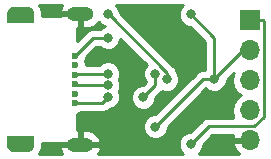
<source format=gbr>
G04 #@! TF.GenerationSoftware,KiCad,Pcbnew,5.0.1*
G04 #@! TF.CreationDate,2019-03-26T00:16:52+01:00*
G04 #@! TF.ProjectId,darling,6461726C696E672E6B696361645F7063,rev?*
G04 #@! TF.SameCoordinates,Original*
G04 #@! TF.FileFunction,Copper,L2,Bot,Signal*
G04 #@! TF.FilePolarity,Positive*
%FSLAX46Y46*%
G04 Gerber Fmt 4.6, Leading zero omitted, Abs format (unit mm)*
G04 Created by KiCad (PCBNEW 5.0.1) date Tue 26 Mar 2019 12:16:52 AM CET*
%MOMM*%
%LPD*%
G01*
G04 APERTURE LIST*
G04 #@! TA.AperFunction,ComponentPad*
%ADD10C,0.600000*%
G04 #@! TD*
G04 #@! TA.AperFunction,ComponentPad*
%ADD11O,2.300000X1.200000*%
G04 #@! TD*
G04 #@! TA.AperFunction,ComponentPad*
%ADD12C,0.700000*%
G04 #@! TD*
G04 #@! TA.AperFunction,Conductor*
%ADD13C,0.100000*%
G04 #@! TD*
G04 #@! TA.AperFunction,ComponentPad*
%ADD14R,1.700000X1.700000*%
G04 #@! TD*
G04 #@! TA.AperFunction,ComponentPad*
%ADD15O,1.700000X1.700000*%
G04 #@! TD*
G04 #@! TA.AperFunction,ViaPad*
%ADD16C,0.800000*%
G04 #@! TD*
G04 #@! TA.AperFunction,Conductor*
%ADD17C,0.250000*%
G04 #@! TD*
G04 #@! TA.AperFunction,Conductor*
%ADD18C,0.254000*%
G04 #@! TD*
G04 APERTURE END LIST*
D10*
G04 #@! TO.P,J1,B9*
G04 #@! TO.N,VBUS*
X124200000Y-121500000D03*
G04 #@! TO.P,J1,B8*
G04 #@! TO.N,Net-(J1-PadB8)*
X124200000Y-122300000D03*
G04 #@! TO.P,J1,B7*
G04 #@! TO.N,Net-(C5-Pad1)*
X124200000Y-123100000D03*
G04 #@! TO.P,J1,B4*
G04 #@! TO.N,VBUS*
X124200000Y-125500000D03*
G04 #@! TO.P,J1,B5*
G04 #@! TO.N,Net-(J1-PadB5)*
X124200000Y-124700000D03*
G04 #@! TO.P,J1,B6*
G04 #@! TO.N,Net-(C6-Pad1)*
X124200000Y-123900000D03*
D11*
G04 #@! TO.P,J1,S1*
G04 #@! TO.N,GND*
X124650000Y-129050000D03*
X124650000Y-117950000D03*
D12*
X119600000Y-117950000D03*
D13*
G04 #@! TD*
G04 #@! TO.N,GND*
G04 #@! TO.C,J1*
G36*
X118450000Y-118700000D02*
X118450000Y-117950000D01*
X118450165Y-117950000D01*
X118450143Y-117946861D01*
X118451984Y-117902934D01*
X118451984Y-117902930D01*
X118452086Y-117900842D01*
X118452742Y-117894598D01*
X118453312Y-117888338D01*
X118459431Y-117844801D01*
X118459737Y-117842730D01*
X118460999Y-117836583D01*
X118462177Y-117830407D01*
X118472515Y-117787675D01*
X118473022Y-117785643D01*
X118474872Y-117779665D01*
X118476652Y-117773617D01*
X118491110Y-117732098D01*
X118491813Y-117730126D01*
X118494234Y-117724366D01*
X118496600Y-117718510D01*
X118515041Y-117678599D01*
X118515933Y-117676705D01*
X118518929Y-117671164D01*
X118521832Y-117665611D01*
X118544076Y-117627698D01*
X118544079Y-117627692D01*
X118544084Y-117627685D01*
X118545152Y-117625892D01*
X118548661Y-117620690D01*
X118552103Y-117615430D01*
X118577945Y-117579861D01*
X118579188Y-117578176D01*
X118583159Y-117573376D01*
X118587127Y-117568440D01*
X118616316Y-117535563D01*
X118617718Y-117534007D01*
X118622183Y-117529573D01*
X118626573Y-117525090D01*
X118658832Y-117495219D01*
X118660379Y-117493807D01*
X118665219Y-117489859D01*
X118670055Y-117485801D01*
X118705075Y-117459220D01*
X118706752Y-117457966D01*
X118711959Y-117454506D01*
X118717167Y-117450940D01*
X118754613Y-117427903D01*
X118756404Y-117426819D01*
X118761909Y-117423892D01*
X118767454Y-117420843D01*
X118806970Y-117401570D01*
X118808858Y-117400666D01*
X118814651Y-117398278D01*
X118820441Y-117395796D01*
X118861649Y-117380472D01*
X118863616Y-117379756D01*
X118869618Y-117377944D01*
X118875619Y-117376040D01*
X118918125Y-117364810D01*
X118920153Y-117364290D01*
X118926274Y-117363078D01*
X118932455Y-117361764D01*
X118975854Y-117354734D01*
X118977923Y-117354414D01*
X118984178Y-117353800D01*
X118990422Y-117353100D01*
X119034300Y-117350340D01*
X119036391Y-117350223D01*
X119039537Y-117350223D01*
X119042667Y-117350048D01*
X119048950Y-117350004D01*
X119049918Y-117350004D01*
X119050000Y-117350000D01*
X120150000Y-117350000D01*
X120152094Y-117350015D01*
X120154701Y-117350179D01*
X120157329Y-117350179D01*
X120201241Y-117352327D01*
X120203332Y-117352444D01*
X120209578Y-117353145D01*
X120215823Y-117353757D01*
X120259316Y-117360179D01*
X120259320Y-117360180D01*
X120259325Y-117360180D01*
X120261386Y-117360500D01*
X120267516Y-117361803D01*
X120273693Y-117363026D01*
X120316352Y-117373662D01*
X120318380Y-117374183D01*
X120324330Y-117376070D01*
X120330381Y-117377897D01*
X120371799Y-117392645D01*
X120373766Y-117393362D01*
X120379559Y-117395844D01*
X120385352Y-117398231D01*
X120425132Y-117416951D01*
X120427020Y-117417857D01*
X120432485Y-117420862D01*
X120438066Y-117423829D01*
X120475830Y-117446340D01*
X120477621Y-117447425D01*
X120482776Y-117450954D01*
X120488040Y-117454452D01*
X120523422Y-117480539D01*
X120523426Y-117480541D01*
X120523430Y-117480544D01*
X120525103Y-117481796D01*
X120529893Y-117485815D01*
X120534783Y-117489803D01*
X120567455Y-117519222D01*
X120569001Y-117520634D01*
X120573386Y-117525111D01*
X120577853Y-117529547D01*
X120607498Y-117562013D01*
X120608899Y-117563569D01*
X120612806Y-117568428D01*
X120616841Y-117573305D01*
X120643177Y-117608509D01*
X120644419Y-117610195D01*
X120647853Y-117615442D01*
X120651372Y-117620659D01*
X120674147Y-117658265D01*
X120675219Y-117660064D01*
X120678116Y-117665606D01*
X120681118Y-117671158D01*
X120700114Y-117710807D01*
X120701005Y-117712702D01*
X120703340Y-117718482D01*
X120705792Y-117724314D01*
X120720824Y-117765617D01*
X120720829Y-117765628D01*
X120720833Y-117765642D01*
X120721531Y-117767599D01*
X120723303Y-117773623D01*
X120725162Y-117779627D01*
X120736096Y-117822210D01*
X120736602Y-117824242D01*
X120737778Y-117830407D01*
X120739043Y-117836567D01*
X120745769Y-117880014D01*
X120746075Y-117882086D01*
X120746644Y-117888336D01*
X120747301Y-117894589D01*
X120749755Y-117938484D01*
X120749755Y-117938486D01*
X120749857Y-117940577D01*
X120749813Y-117946858D01*
X120749835Y-117950000D01*
X120750000Y-117950000D01*
X120750000Y-118700000D01*
X118450000Y-118700000D01*
X118450000Y-118700000D01*
G37*
D12*
G04 #@! TO.P,J1,S1*
G04 #@! TO.N,GND*
X119600000Y-129050000D03*
D13*
G04 #@! TD*
G04 #@! TO.N,GND*
G04 #@! TO.C,J1*
G36*
X120749835Y-129050000D02*
X120749857Y-129053139D01*
X120748016Y-129097066D01*
X120748016Y-129097070D01*
X120747914Y-129099158D01*
X120747257Y-129105405D01*
X120746688Y-129111662D01*
X120740569Y-129155199D01*
X120740263Y-129157271D01*
X120739000Y-129163425D01*
X120737823Y-129169593D01*
X120727485Y-129212326D01*
X120726978Y-129214357D01*
X120725125Y-129220343D01*
X120723348Y-129226383D01*
X120708890Y-129267901D01*
X120708187Y-129269874D01*
X120705761Y-129275646D01*
X120703400Y-129281491D01*
X120684961Y-129321394D01*
X120684958Y-129321402D01*
X120684953Y-129321411D01*
X120684066Y-129323296D01*
X120681091Y-129328798D01*
X120678168Y-129334389D01*
X120655920Y-129372309D01*
X120654848Y-129374108D01*
X120651330Y-129379324D01*
X120647897Y-129384570D01*
X120622055Y-129420139D01*
X120620813Y-129421824D01*
X120616822Y-129426648D01*
X120612873Y-129431560D01*
X120583683Y-129464437D01*
X120582282Y-129465993D01*
X120577802Y-129470443D01*
X120573427Y-129474910D01*
X120541168Y-129504781D01*
X120539621Y-129506193D01*
X120534766Y-129510153D01*
X120529944Y-129514199D01*
X120494925Y-129540781D01*
X120493248Y-129542035D01*
X120488040Y-129545495D01*
X120482833Y-129549060D01*
X120445387Y-129572097D01*
X120443596Y-129573181D01*
X120438074Y-129576118D01*
X120432545Y-129579157D01*
X120393030Y-129598430D01*
X120391141Y-129599334D01*
X120385352Y-129601720D01*
X120379559Y-129604203D01*
X120338352Y-129619528D01*
X120336384Y-129620244D01*
X120330394Y-129622053D01*
X120324381Y-129623960D01*
X120281875Y-129635190D01*
X120279847Y-129635710D01*
X120273719Y-129636924D01*
X120267545Y-129638236D01*
X120224146Y-129645266D01*
X120222076Y-129645586D01*
X120215838Y-129646198D01*
X120209578Y-129646900D01*
X120165699Y-129649660D01*
X120163609Y-129649777D01*
X120160463Y-129649777D01*
X120157333Y-129649952D01*
X120151051Y-129649996D01*
X120150082Y-129649996D01*
X120150000Y-129650000D01*
X119050000Y-129650000D01*
X119047906Y-129649985D01*
X119045299Y-129649821D01*
X119042672Y-129649821D01*
X118998759Y-129647673D01*
X118996669Y-129647556D01*
X118990430Y-129646856D01*
X118984178Y-129646243D01*
X118940684Y-129639821D01*
X118938615Y-129639500D01*
X118932493Y-129638199D01*
X118926307Y-129636974D01*
X118883648Y-129626338D01*
X118881620Y-129625817D01*
X118875670Y-129623930D01*
X118869619Y-129622103D01*
X118828201Y-129607355D01*
X118826233Y-129606638D01*
X118820504Y-129604183D01*
X118814649Y-129601769D01*
X118774868Y-129583049D01*
X118772980Y-129582144D01*
X118767500Y-129579131D01*
X118761933Y-129576171D01*
X118724170Y-129553660D01*
X118722379Y-129552575D01*
X118717224Y-129549046D01*
X118711960Y-129545548D01*
X118676578Y-129519461D01*
X118676575Y-129519460D01*
X118676573Y-129519458D01*
X118674897Y-129518204D01*
X118670087Y-129514168D01*
X118665218Y-129510197D01*
X118632545Y-129480779D01*
X118630999Y-129479366D01*
X118626630Y-129474904D01*
X118622147Y-129470453D01*
X118592501Y-129437987D01*
X118591101Y-129436431D01*
X118587194Y-129431572D01*
X118583159Y-129426695D01*
X118556823Y-129391491D01*
X118555581Y-129389805D01*
X118552155Y-129384570D01*
X118548628Y-129379341D01*
X118525853Y-129341735D01*
X118524781Y-129339936D01*
X118521884Y-129334394D01*
X118518882Y-129328842D01*
X118499886Y-129289193D01*
X118498995Y-129287298D01*
X118496654Y-129281503D01*
X118494208Y-129275685D01*
X118479171Y-129234373D01*
X118478469Y-129232400D01*
X118476694Y-129226369D01*
X118474838Y-129220373D01*
X118463904Y-129177789D01*
X118463398Y-129175757D01*
X118462224Y-129169607D01*
X118460957Y-129163433D01*
X118454231Y-129119986D01*
X118453925Y-129117914D01*
X118453356Y-129111662D01*
X118452699Y-129105411D01*
X118450245Y-129061517D01*
X118450245Y-129061515D01*
X118450143Y-129059423D01*
X118450187Y-129053142D01*
X118450165Y-129050000D01*
X118450000Y-129050000D01*
X118450000Y-128300000D01*
X120750000Y-128300000D01*
X120750000Y-129050000D01*
X120749835Y-129050000D01*
X120749835Y-129050000D01*
G37*
D14*
G04 #@! TO.P,J2,1*
G04 #@! TO.N,VCC*
X139000000Y-118500000D03*
D15*
G04 #@! TO.P,J2,2*
G04 #@! TO.N,3V3*
X139000000Y-121040000D03*
G04 #@! TO.P,J2,3*
G04 #@! TO.N,RX*
X139000000Y-123580000D03*
G04 #@! TO.P,J2,4*
G04 #@! TO.N,TX*
X139000000Y-126120000D03*
G04 #@! TO.P,J2,5*
G04 #@! TO.N,GND*
X139000000Y-128660000D03*
G04 #@! TD*
D16*
G04 #@! TO.N,VBUS*
X127005153Y-119994847D03*
X127000000Y-125000000D03*
G04 #@! TO.N,VCC*
X134000000Y-129000000D03*
G04 #@! TO.N,3V3*
X136000000Y-123500000D03*
X131000000Y-127500000D03*
X134000000Y-118000000D03*
G04 #@! TO.N,Net-(C5-Pad1)*
X127000000Y-123000000D03*
G04 #@! TO.N,Net-(C6-Pad1)*
X127000000Y-124000000D03*
G04 #@! TO.N,Net-(R1-Pad1)*
X131000000Y-123000000D03*
X129979847Y-125020153D03*
G04 #@! TO.N,/TXLED*
X132000000Y-123500000D03*
X127000000Y-118000000D03*
G04 #@! TD*
D17*
G04 #@! TO.N,VBUS*
X127000000Y-125000000D02*
X126500000Y-125500000D01*
X125705153Y-119994847D02*
X124500000Y-121200000D01*
X127005153Y-119994847D02*
X125705153Y-119994847D01*
X124500000Y-121200000D02*
X124200000Y-121500000D01*
X126500000Y-125500000D02*
X124200000Y-125500000D01*
G04 #@! TO.N,VCC*
X134399999Y-128600001D02*
X134000000Y-129000000D01*
X135515001Y-127484999D02*
X134399999Y-128600001D01*
X140175001Y-126684001D02*
X139374003Y-127484999D01*
X140175001Y-118575001D02*
X140175001Y-126684001D01*
X140100000Y-118500000D02*
X140175001Y-118575001D01*
X139374003Y-127484999D02*
X135515001Y-127484999D01*
X139000000Y-118500000D02*
X140100000Y-118500000D01*
G04 #@! TO.N,3V3*
X136000000Y-123500000D02*
X135000000Y-123500000D01*
X135000000Y-123500000D02*
X131000000Y-127500000D01*
X138460000Y-121040000D02*
X139000000Y-121040000D01*
X136000000Y-123500000D02*
X138460000Y-121040000D01*
X136000000Y-123500000D02*
X136000000Y-120000000D01*
X136000000Y-120000000D02*
X134000000Y-118000000D01*
G04 #@! TO.N,Net-(C5-Pad1)*
X124300000Y-123000000D02*
X124200000Y-123100000D01*
X127000000Y-123000000D02*
X124300000Y-123000000D01*
G04 #@! TO.N,Net-(C6-Pad1)*
X124300000Y-124000000D02*
X124200000Y-123900000D01*
X127000000Y-124000000D02*
X124300000Y-124000000D01*
G04 #@! TO.N,Net-(R1-Pad1)*
X131000000Y-123000000D02*
X131000000Y-124000000D01*
X131000000Y-124000000D02*
X129979847Y-125020153D01*
G04 #@! TO.N,/TXLED*
X127065685Y-118000000D02*
X127000000Y-118000000D01*
X132000000Y-123500000D02*
X132000000Y-122934315D01*
X132000000Y-122934315D02*
X127065685Y-118000000D01*
G04 #@! TD*
D18*
G04 #@! TO.N,GND*
G36*
X137558524Y-128303110D02*
X137679845Y-128533000D01*
X138873000Y-128533000D01*
X138873000Y-128513000D01*
X139127000Y-128513000D01*
X139127000Y-128533000D01*
X139147000Y-128533000D01*
X139147000Y-128787000D01*
X139127000Y-128787000D01*
X139127000Y-128807000D01*
X138873000Y-128807000D01*
X138873000Y-128787000D01*
X137679845Y-128787000D01*
X137558524Y-129016890D01*
X137728355Y-129426924D01*
X138059239Y-129790000D01*
X134673711Y-129790000D01*
X134877431Y-129586280D01*
X135035000Y-129205874D01*
X135035000Y-129039801D01*
X135829803Y-128244999D01*
X137582593Y-128244999D01*
X137558524Y-128303110D01*
X137558524Y-128303110D01*
G37*
X137558524Y-128303110D02*
X137679845Y-128533000D01*
X138873000Y-128533000D01*
X138873000Y-128513000D01*
X139127000Y-128513000D01*
X139127000Y-128533000D01*
X139147000Y-128533000D01*
X139147000Y-128787000D01*
X139127000Y-128787000D01*
X139127000Y-128807000D01*
X138873000Y-128807000D01*
X138873000Y-128787000D01*
X137679845Y-128787000D01*
X137558524Y-129016890D01*
X137728355Y-129426924D01*
X138059239Y-129790000D01*
X134673711Y-129790000D01*
X134877431Y-129586280D01*
X135035000Y-129205874D01*
X135035000Y-129039801D01*
X135829803Y-128244999D01*
X137582593Y-128244999D01*
X137558524Y-128303110D01*
G36*
X133122569Y-117413720D02*
X132965000Y-117794126D01*
X132965000Y-118205874D01*
X133122569Y-118586280D01*
X133413720Y-118877431D01*
X133794126Y-119035000D01*
X133960199Y-119035000D01*
X135240001Y-120314803D01*
X135240000Y-122740000D01*
X135074846Y-122740000D01*
X134999999Y-122725112D01*
X134925152Y-122740000D01*
X134925148Y-122740000D01*
X134703463Y-122784096D01*
X134452071Y-122952071D01*
X134409671Y-123015527D01*
X130960199Y-126465000D01*
X130794126Y-126465000D01*
X130413720Y-126622569D01*
X130122569Y-126913720D01*
X129965000Y-127294126D01*
X129965000Y-127705874D01*
X130122569Y-128086280D01*
X130413720Y-128377431D01*
X130794126Y-128535000D01*
X131205874Y-128535000D01*
X131586280Y-128377431D01*
X131877431Y-128086280D01*
X132035000Y-127705874D01*
X132035000Y-127539801D01*
X135305545Y-124269256D01*
X135413720Y-124377431D01*
X135794126Y-124535000D01*
X136205874Y-124535000D01*
X136586280Y-124377431D01*
X136877431Y-124086280D01*
X137035000Y-123705874D01*
X137035000Y-123539801D01*
X137655411Y-122919390D01*
X137601161Y-123000582D01*
X137485908Y-123580000D01*
X137601161Y-124159418D01*
X137929375Y-124650625D01*
X138227761Y-124850000D01*
X137929375Y-125049375D01*
X137601161Y-125540582D01*
X137485908Y-126120000D01*
X137601161Y-126699418D01*
X137618254Y-126724999D01*
X135589848Y-126724999D01*
X135515001Y-126710111D01*
X135440154Y-126724999D01*
X135440149Y-126724999D01*
X135218464Y-126769095D01*
X134967072Y-126937070D01*
X134924672Y-127000526D01*
X133960199Y-127965000D01*
X133794126Y-127965000D01*
X133413720Y-128122569D01*
X133122569Y-128413720D01*
X132965000Y-128794126D01*
X132965000Y-129205874D01*
X133122569Y-129586280D01*
X133326289Y-129790000D01*
X126186078Y-129790000D01*
X126389592Y-129405281D01*
X126393462Y-129367609D01*
X126268731Y-129177000D01*
X124777000Y-129177000D01*
X124777000Y-129197000D01*
X124523000Y-129197000D01*
X124523000Y-129177000D01*
X123031269Y-129177000D01*
X122906538Y-129367609D01*
X122910408Y-129405281D01*
X123113922Y-129790000D01*
X121152439Y-129790000D01*
X121185212Y-129744890D01*
X121190190Y-129737282D01*
X121195239Y-129729797D01*
X121230163Y-129671670D01*
X121231146Y-129669821D01*
X121233236Y-129665857D01*
X121273925Y-129588027D01*
X121300453Y-129530618D01*
X121303858Y-129522192D01*
X121307376Y-129513822D01*
X121324780Y-129465482D01*
X121325344Y-129465670D01*
X121325346Y-129465664D01*
X121326750Y-129460011D01*
X121330326Y-129450079D01*
X121330929Y-129448082D01*
X121329798Y-129447740D01*
X121330894Y-129443326D01*
X121332229Y-129443719D01*
X121357024Y-129359473D01*
X121371904Y-129297962D01*
X121373608Y-129289024D01*
X121375422Y-129280190D01*
X121385537Y-129213383D01*
X121385742Y-129211299D01*
X121386187Y-129206597D01*
X121394147Y-129119133D01*
X121396796Y-129055932D01*
X121396778Y-129053329D01*
X121397440Y-129050000D01*
X121397440Y-128880000D01*
X123003131Y-128880000D01*
X123031269Y-128923000D01*
X124523000Y-128923000D01*
X124523000Y-127815000D01*
X124777000Y-127815000D01*
X124777000Y-128923000D01*
X126268731Y-128923000D01*
X126393462Y-128732391D01*
X126389592Y-128694719D01*
X126163080Y-128266526D01*
X125789947Y-127957610D01*
X125327000Y-127815000D01*
X124777000Y-127815000D01*
X124523000Y-127815000D01*
X124360000Y-127815000D01*
X124360000Y-126435000D01*
X124385983Y-126435000D01*
X124729635Y-126292655D01*
X124762290Y-126260000D01*
X126425153Y-126260000D01*
X126500000Y-126274888D01*
X126574847Y-126260000D01*
X126574852Y-126260000D01*
X126796537Y-126215904D01*
X127047929Y-126047929D01*
X127056568Y-126035000D01*
X127205874Y-126035000D01*
X127586280Y-125877431D01*
X127877431Y-125586280D01*
X128035000Y-125205874D01*
X128035000Y-124794126D01*
X127913169Y-124500000D01*
X128035000Y-124205874D01*
X128035000Y-123794126D01*
X127913169Y-123500000D01*
X128035000Y-123205874D01*
X128035000Y-122794126D01*
X127877431Y-122413720D01*
X127586280Y-122122569D01*
X127205874Y-121965000D01*
X126794126Y-121965000D01*
X126413720Y-122122569D01*
X126296289Y-122240000D01*
X125135000Y-122240000D01*
X125135000Y-122114017D01*
X125046351Y-121900000D01*
X125135000Y-121685983D01*
X125135000Y-121639801D01*
X126019955Y-120754847D01*
X126301442Y-120754847D01*
X126418873Y-120872278D01*
X126799279Y-121029847D01*
X127211027Y-121029847D01*
X127591433Y-120872278D01*
X127882584Y-120581127D01*
X128040153Y-120200721D01*
X128040153Y-120049269D01*
X130263586Y-122272703D01*
X130122569Y-122413720D01*
X129965000Y-122794126D01*
X129965000Y-123205874D01*
X130122569Y-123586280D01*
X130230744Y-123694455D01*
X129940046Y-123985153D01*
X129773973Y-123985153D01*
X129393567Y-124142722D01*
X129102416Y-124433873D01*
X128944847Y-124814279D01*
X128944847Y-125226027D01*
X129102416Y-125606433D01*
X129393567Y-125897584D01*
X129773973Y-126055153D01*
X130185721Y-126055153D01*
X130566127Y-125897584D01*
X130857278Y-125606433D01*
X131014847Y-125226027D01*
X131014847Y-125059954D01*
X131484473Y-124590329D01*
X131547929Y-124547929D01*
X131608064Y-124457931D01*
X131794126Y-124535000D01*
X132205874Y-124535000D01*
X132586280Y-124377431D01*
X132877431Y-124086280D01*
X133035000Y-123705874D01*
X133035000Y-123294126D01*
X132877431Y-122913720D01*
X132744314Y-122780603D01*
X132715904Y-122637778D01*
X132547929Y-122386386D01*
X132484473Y-122343986D01*
X128035000Y-117894514D01*
X128035000Y-117794126D01*
X127877431Y-117413720D01*
X127673711Y-117210000D01*
X133326289Y-117210000D01*
X133122569Y-117413720D01*
X133122569Y-117413720D01*
G37*
X133122569Y-117413720D02*
X132965000Y-117794126D01*
X132965000Y-118205874D01*
X133122569Y-118586280D01*
X133413720Y-118877431D01*
X133794126Y-119035000D01*
X133960199Y-119035000D01*
X135240001Y-120314803D01*
X135240000Y-122740000D01*
X135074846Y-122740000D01*
X134999999Y-122725112D01*
X134925152Y-122740000D01*
X134925148Y-122740000D01*
X134703463Y-122784096D01*
X134452071Y-122952071D01*
X134409671Y-123015527D01*
X130960199Y-126465000D01*
X130794126Y-126465000D01*
X130413720Y-126622569D01*
X130122569Y-126913720D01*
X129965000Y-127294126D01*
X129965000Y-127705874D01*
X130122569Y-128086280D01*
X130413720Y-128377431D01*
X130794126Y-128535000D01*
X131205874Y-128535000D01*
X131586280Y-128377431D01*
X131877431Y-128086280D01*
X132035000Y-127705874D01*
X132035000Y-127539801D01*
X135305545Y-124269256D01*
X135413720Y-124377431D01*
X135794126Y-124535000D01*
X136205874Y-124535000D01*
X136586280Y-124377431D01*
X136877431Y-124086280D01*
X137035000Y-123705874D01*
X137035000Y-123539801D01*
X137655411Y-122919390D01*
X137601161Y-123000582D01*
X137485908Y-123580000D01*
X137601161Y-124159418D01*
X137929375Y-124650625D01*
X138227761Y-124850000D01*
X137929375Y-125049375D01*
X137601161Y-125540582D01*
X137485908Y-126120000D01*
X137601161Y-126699418D01*
X137618254Y-126724999D01*
X135589848Y-126724999D01*
X135515001Y-126710111D01*
X135440154Y-126724999D01*
X135440149Y-126724999D01*
X135218464Y-126769095D01*
X134967072Y-126937070D01*
X134924672Y-127000526D01*
X133960199Y-127965000D01*
X133794126Y-127965000D01*
X133413720Y-128122569D01*
X133122569Y-128413720D01*
X132965000Y-128794126D01*
X132965000Y-129205874D01*
X133122569Y-129586280D01*
X133326289Y-129790000D01*
X126186078Y-129790000D01*
X126389592Y-129405281D01*
X126393462Y-129367609D01*
X126268731Y-129177000D01*
X124777000Y-129177000D01*
X124777000Y-129197000D01*
X124523000Y-129197000D01*
X124523000Y-129177000D01*
X123031269Y-129177000D01*
X122906538Y-129367609D01*
X122910408Y-129405281D01*
X123113922Y-129790000D01*
X121152439Y-129790000D01*
X121185212Y-129744890D01*
X121190190Y-129737282D01*
X121195239Y-129729797D01*
X121230163Y-129671670D01*
X121231146Y-129669821D01*
X121233236Y-129665857D01*
X121273925Y-129588027D01*
X121300453Y-129530618D01*
X121303858Y-129522192D01*
X121307376Y-129513822D01*
X121324780Y-129465482D01*
X121325344Y-129465670D01*
X121325346Y-129465664D01*
X121326750Y-129460011D01*
X121330326Y-129450079D01*
X121330929Y-129448082D01*
X121329798Y-129447740D01*
X121330894Y-129443326D01*
X121332229Y-129443719D01*
X121357024Y-129359473D01*
X121371904Y-129297962D01*
X121373608Y-129289024D01*
X121375422Y-129280190D01*
X121385537Y-129213383D01*
X121385742Y-129211299D01*
X121386187Y-129206597D01*
X121394147Y-129119133D01*
X121396796Y-129055932D01*
X121396778Y-129053329D01*
X121397440Y-129050000D01*
X121397440Y-128880000D01*
X123003131Y-128880000D01*
X123031269Y-128923000D01*
X124523000Y-128923000D01*
X124523000Y-127815000D01*
X124777000Y-127815000D01*
X124777000Y-128923000D01*
X126268731Y-128923000D01*
X126393462Y-128732391D01*
X126389592Y-128694719D01*
X126163080Y-128266526D01*
X125789947Y-127957610D01*
X125327000Y-127815000D01*
X124777000Y-127815000D01*
X124523000Y-127815000D01*
X124360000Y-127815000D01*
X124360000Y-126435000D01*
X124385983Y-126435000D01*
X124729635Y-126292655D01*
X124762290Y-126260000D01*
X126425153Y-126260000D01*
X126500000Y-126274888D01*
X126574847Y-126260000D01*
X126574852Y-126260000D01*
X126796537Y-126215904D01*
X127047929Y-126047929D01*
X127056568Y-126035000D01*
X127205874Y-126035000D01*
X127586280Y-125877431D01*
X127877431Y-125586280D01*
X128035000Y-125205874D01*
X128035000Y-124794126D01*
X127913169Y-124500000D01*
X128035000Y-124205874D01*
X128035000Y-123794126D01*
X127913169Y-123500000D01*
X128035000Y-123205874D01*
X128035000Y-122794126D01*
X127877431Y-122413720D01*
X127586280Y-122122569D01*
X127205874Y-121965000D01*
X126794126Y-121965000D01*
X126413720Y-122122569D01*
X126296289Y-122240000D01*
X125135000Y-122240000D01*
X125135000Y-122114017D01*
X125046351Y-121900000D01*
X125135000Y-121685983D01*
X125135000Y-121639801D01*
X126019955Y-120754847D01*
X126301442Y-120754847D01*
X126418873Y-120872278D01*
X126799279Y-121029847D01*
X127211027Y-121029847D01*
X127591433Y-120872278D01*
X127882584Y-120581127D01*
X128040153Y-120200721D01*
X128040153Y-120049269D01*
X130263586Y-122272703D01*
X130122569Y-122413720D01*
X129965000Y-122794126D01*
X129965000Y-123205874D01*
X130122569Y-123586280D01*
X130230744Y-123694455D01*
X129940046Y-123985153D01*
X129773973Y-123985153D01*
X129393567Y-124142722D01*
X129102416Y-124433873D01*
X128944847Y-124814279D01*
X128944847Y-125226027D01*
X129102416Y-125606433D01*
X129393567Y-125897584D01*
X129773973Y-126055153D01*
X130185721Y-126055153D01*
X130566127Y-125897584D01*
X130857278Y-125606433D01*
X131014847Y-125226027D01*
X131014847Y-125059954D01*
X131484473Y-124590329D01*
X131547929Y-124547929D01*
X131608064Y-124457931D01*
X131794126Y-124535000D01*
X132205874Y-124535000D01*
X132586280Y-124377431D01*
X132877431Y-124086280D01*
X133035000Y-123705874D01*
X133035000Y-123294126D01*
X132877431Y-122913720D01*
X132744314Y-122780603D01*
X132715904Y-122637778D01*
X132547929Y-122386386D01*
X132484473Y-122343986D01*
X128035000Y-117894514D01*
X128035000Y-117794126D01*
X127877431Y-117413720D01*
X127673711Y-117210000D01*
X133326289Y-117210000D01*
X133122569Y-117413720D01*
G36*
X122910408Y-117594719D02*
X122906538Y-117632391D01*
X123031269Y-117823000D01*
X124523000Y-117823000D01*
X124523000Y-117803000D01*
X124777000Y-117803000D01*
X124777000Y-117823000D01*
X124797000Y-117823000D01*
X124797000Y-118077000D01*
X124777000Y-118077000D01*
X124777000Y-119185000D01*
X125327000Y-119185000D01*
X125789947Y-119042390D01*
X126163080Y-118733474D01*
X126199990Y-118663701D01*
X126413720Y-118877431D01*
X126705985Y-118998491D01*
X126418873Y-119117416D01*
X126301442Y-119234847D01*
X125780001Y-119234847D01*
X125705153Y-119219959D01*
X125630305Y-119234847D01*
X125630301Y-119234847D01*
X125461051Y-119268513D01*
X125408615Y-119278943D01*
X125221571Y-119403923D01*
X125157224Y-119446918D01*
X125114824Y-119510374D01*
X124360000Y-120265199D01*
X124360000Y-119185000D01*
X124523000Y-119185000D01*
X124523000Y-118077000D01*
X123031269Y-118077000D01*
X123003131Y-118120000D01*
X121397440Y-118120000D01*
X121397440Y-117950000D01*
X121396735Y-117946454D01*
X121396795Y-117937752D01*
X121393731Y-117870187D01*
X121393527Y-117868103D01*
X121393060Y-117863504D01*
X121383880Y-117776161D01*
X121374206Y-117713663D01*
X121372366Y-117704699D01*
X121370671Y-117695815D01*
X121354627Y-117630413D01*
X121354023Y-117628408D01*
X121352583Y-117623694D01*
X121326611Y-117539797D01*
X121304981Y-117480369D01*
X121301447Y-117471961D01*
X121298062Y-117463584D01*
X121269441Y-117402202D01*
X121268458Y-117400353D01*
X121266309Y-117396344D01*
X121224538Y-117319088D01*
X121191763Y-117264971D01*
X121186697Y-117257461D01*
X121181716Y-117249849D01*
X121152558Y-117210000D01*
X123113922Y-117210000D01*
X122910408Y-117594719D01*
X122910408Y-117594719D01*
G37*
X122910408Y-117594719D02*
X122906538Y-117632391D01*
X123031269Y-117823000D01*
X124523000Y-117823000D01*
X124523000Y-117803000D01*
X124777000Y-117803000D01*
X124777000Y-117823000D01*
X124797000Y-117823000D01*
X124797000Y-118077000D01*
X124777000Y-118077000D01*
X124777000Y-119185000D01*
X125327000Y-119185000D01*
X125789947Y-119042390D01*
X126163080Y-118733474D01*
X126199990Y-118663701D01*
X126413720Y-118877431D01*
X126705985Y-118998491D01*
X126418873Y-119117416D01*
X126301442Y-119234847D01*
X125780001Y-119234847D01*
X125705153Y-119219959D01*
X125630305Y-119234847D01*
X125630301Y-119234847D01*
X125461051Y-119268513D01*
X125408615Y-119278943D01*
X125221571Y-119403923D01*
X125157224Y-119446918D01*
X125114824Y-119510374D01*
X124360000Y-120265199D01*
X124360000Y-119185000D01*
X124523000Y-119185000D01*
X124523000Y-118077000D01*
X123031269Y-118077000D01*
X123003131Y-118120000D01*
X121397440Y-118120000D01*
X121397440Y-117950000D01*
X121396735Y-117946454D01*
X121396795Y-117937752D01*
X121393731Y-117870187D01*
X121393527Y-117868103D01*
X121393060Y-117863504D01*
X121383880Y-117776161D01*
X121374206Y-117713663D01*
X121372366Y-117704699D01*
X121370671Y-117695815D01*
X121354627Y-117630413D01*
X121354023Y-117628408D01*
X121352583Y-117623694D01*
X121326611Y-117539797D01*
X121304981Y-117480369D01*
X121301447Y-117471961D01*
X121298062Y-117463584D01*
X121269441Y-117402202D01*
X121268458Y-117400353D01*
X121266309Y-117396344D01*
X121224538Y-117319088D01*
X121191763Y-117264971D01*
X121186697Y-117257461D01*
X121181716Y-117249849D01*
X121152558Y-117210000D01*
X123113922Y-117210000D01*
X122910408Y-117594719D01*
G04 #@! TD*
M02*

</source>
